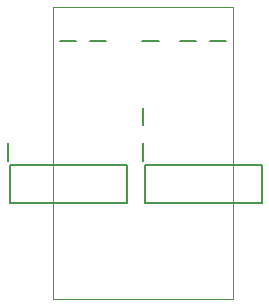
<source format=gbr>
G04 DesignSpark PCB Gerber Version 9.0 Build 5138 *
%FSLAX35Y35*%
%MOIN*%
%ADD24C,0.00394*%
%ADD10C,0.00787*%
X0Y0D02*
D02*
D10*
X2443Y91880D02*
Y85777D01*
X3112Y84399D02*
Y71801D01*
X42088*
Y84399*
X3112*
X19844Y125600D02*
X25356D01*
X29844D02*
X35356D01*
X47344D02*
X52856D01*
X47443Y91880D02*
Y85777D01*
X47600Y103356D02*
Y97844D01*
X48112Y84399D02*
Y71801D01*
X87088*
Y84399*
X48112*
X59844Y125600D02*
X65356D01*
X69844D02*
X75356D01*
D02*
D24*
X77600Y136939D02*
X17600D01*
Y39694*
X77600*
Y136939*
X0Y0D02*
M02*

</source>
